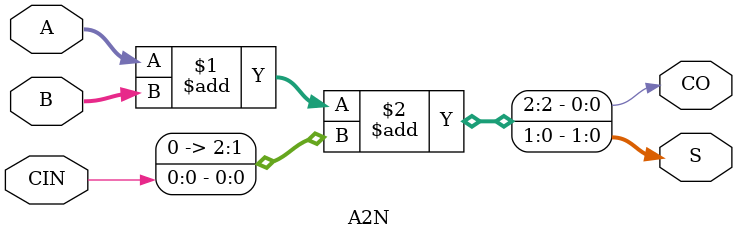
<source format=v>


`timescale 1ns/100ps

module A2N(
	input [1:0] A,
	input [1:0] B,
	input CIN,
	output [1:0] S,
	output CO
);

assign {CO, S} = A + B + {1'd0, CIN};	// tmax = 5.3ns

endmodule

</source>
